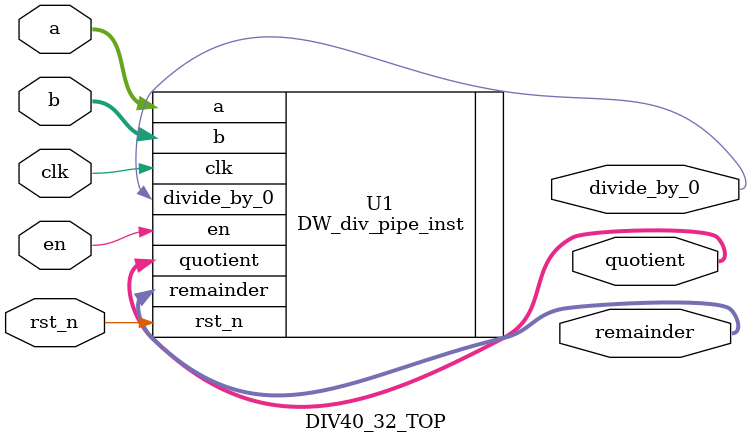
<source format=v>
`timescale 1ns / 1ps


module DIV40_32_TOP(clk, rst_n, en, a, b,
                        quotient, remainder, divide_by_0 );

  parameter inst_a_width = 40;
  parameter inst_b_width = 32;
  parameter inst_tc_mode = 0;
  parameter inst_rem_mode = 1;
  parameter inst_num_stages = 64;
  parameter inst_stall_mode = 1;
  parameter inst_rst_mode = 1;
  parameter inst_op_iso_mode = 0;

  input clk;
  input rst_n;
  input en;
  input [39 : 0] a;
  input [31 : 0] b;
  output [39 : 0] quotient;
  output [31 : 0] remainder;
  output divide_by_0;


  DW_div_pipe_inst 
    U1 (.clk(clk),   .rst_n(rst_n),   .en(en),
        .a(a),   .b(b),   .quotient(quotient),
        .remainder(remainder),   .divide_by_0(divide_by_0) );
endmodule

</source>
